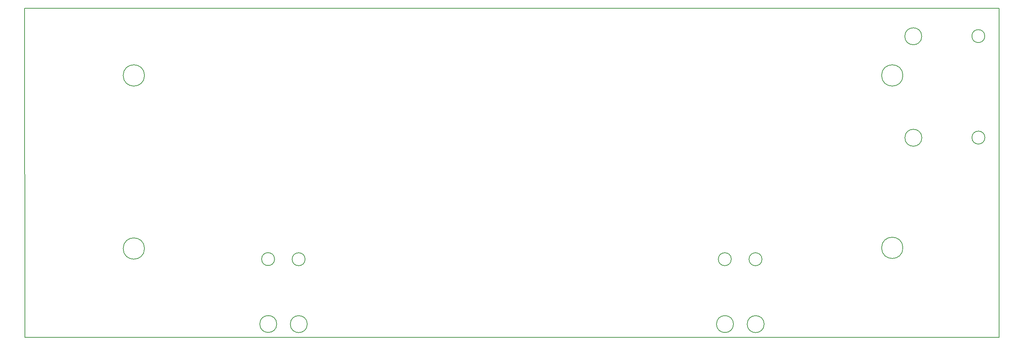
<source format=gbr>
G04 #@! TF.GenerationSoftware,KiCad,Pcbnew,7.0.8*
G04 #@! TF.CreationDate,2024-08-09T14:35:13+09:00*
G04 #@! TF.ProjectId,tacash36,74616361-7368-4333-962e-6b696361645f,rev?*
G04 #@! TF.SameCoordinates,Original*
G04 #@! TF.FileFunction,Profile,NP*
%FSLAX46Y46*%
G04 Gerber Fmt 4.6, Leading zero omitted, Abs format (unit mm)*
G04 Created by KiCad (PCBNEW 7.0.8) date 2024-08-09 14:35:13*
%MOMM*%
%LPD*%
G01*
G04 APERTURE LIST*
G04 #@! TA.AperFunction,Profile*
%ADD10C,0.150000*%
G04 #@! TD*
G04 #@! TA.AperFunction,Profile*
%ADD11C,0.200000*%
G04 #@! TD*
G04 APERTURE END LIST*
D10*
X146690000Y-50090000D02*
G75*
G03*
X146690000Y-50090000I-1520000J0D01*
G01*
X154400000Y-65360000D02*
G75*
G03*
X154400000Y-65360000I-1990000J0D01*
G01*
X40070000Y-65330000D02*
G75*
G03*
X40070000Y-65330000I-1990000J0D01*
G01*
X206180000Y-21490000D02*
G75*
G03*
X206180000Y-21490000I-1520000J0D01*
G01*
X209555000Y8880000D02*
X209555000Y-68490000D01*
X191390000Y-21530000D02*
G75*
G03*
X191390000Y-21530000I-1990000J0D01*
G01*
X39560000Y-50070000D02*
G75*
G03*
X39560000Y-50070000I-1520000J0D01*
G01*
X153890000Y-50100000D02*
G75*
G03*
X153890000Y-50100000I-1520000J0D01*
G01*
X206160000Y2370000D02*
G75*
G03*
X206160000Y2370000I-1520000J0D01*
G01*
D11*
X9050000Y-6880000D02*
G75*
G03*
X9050000Y-6880000I-2500000J0D01*
G01*
D10*
X147200000Y-65350000D02*
G75*
G03*
X147200000Y-65350000I-1990000J0D01*
G01*
X209555000Y-68490000D02*
X-19040000Y-68450000D01*
X191370000Y2330000D02*
G75*
G03*
X191370000Y2330000I-1990000J0D01*
G01*
X209555000Y8880000D02*
X-19050000Y8880000D01*
D11*
X186950000Y-47420000D02*
G75*
G03*
X186950000Y-47420000I-2500000J0D01*
G01*
X9050000Y-47580000D02*
G75*
G03*
X9050000Y-47580000I-2500000J0D01*
G01*
D10*
X47230000Y-65360000D02*
G75*
G03*
X47230000Y-65360000I-1990000J0D01*
G01*
D11*
X186950000Y-6880000D02*
G75*
G03*
X186950000Y-6880000I-2500000J0D01*
G01*
D10*
X-19040000Y-68450000D02*
X-19050000Y8880000D01*
X46720000Y-50100000D02*
G75*
G03*
X46720000Y-50100000I-1520000J0D01*
G01*
M02*

</source>
